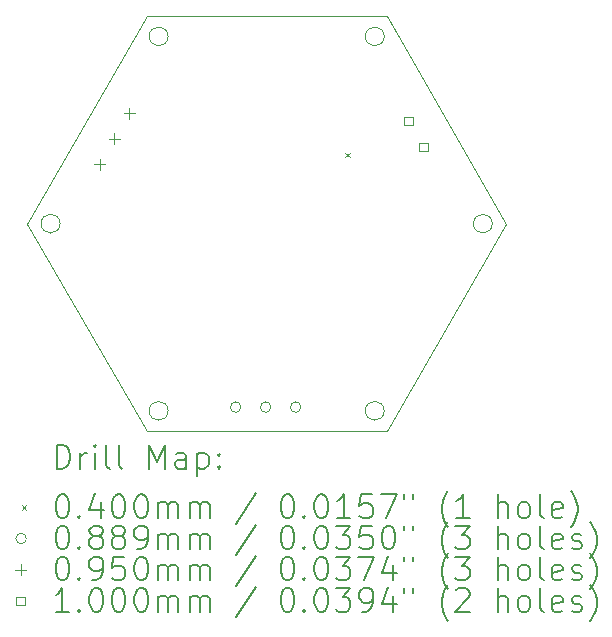
<source format=gbr>
%TF.GenerationSoftware,KiCad,Pcbnew,(6.0.8-1)-1*%
%TF.CreationDate,2022-11-30T21:43:56-05:00*%
%TF.ProjectId,Untitled,556e7469-746c-4656-942e-6b696361645f,rev?*%
%TF.SameCoordinates,Original*%
%TF.FileFunction,Drillmap*%
%TF.FilePolarity,Positive*%
%FSLAX45Y45*%
G04 Gerber Fmt 4.5, Leading zero omitted, Abs format (unit mm)*
G04 Created by KiCad (PCBNEW (6.0.8-1)-1) date 2022-11-30 21:43:56*
%MOMM*%
%LPD*%
G01*
G04 APERTURE LIST*
%ADD10C,0.100000*%
%ADD11C,0.200000*%
%ADD12C,0.040000*%
%ADD13C,0.088900*%
%ADD14C,0.095000*%
G04 APERTURE END LIST*
D10*
X9539000Y-7386000D02*
G75*
G03*
X9539000Y-7386000I-80000J0D01*
G01*
X8624000Y-5801000D02*
G75*
G03*
X8624000Y-5801000I-80000J0D01*
G01*
X9359000Y-4043000D02*
X8344000Y-5801000D01*
X11369000Y-7386000D02*
G75*
G03*
X11369000Y-7386000I-80000J0D01*
G01*
X11389000Y-4043000D02*
X9359000Y-4043000D01*
X9359000Y-7559000D02*
X11389000Y-7559000D01*
X8344000Y-5801000D02*
X9359000Y-7559000D01*
X12404000Y-5801000D02*
X11389000Y-7559000D01*
X12284000Y-5801000D02*
G75*
G03*
X12284000Y-5801000I-80000J0D01*
G01*
X11369000Y-4216000D02*
G75*
G03*
X11369000Y-4216000I-80000J0D01*
G01*
X9539000Y-4216000D02*
G75*
G03*
X9539000Y-4216000I-80000J0D01*
G01*
X12404000Y-5801000D02*
X11389000Y-4043000D01*
D11*
D12*
X11040000Y-5200000D02*
X11080000Y-5240000D01*
X11080000Y-5200000D02*
X11040000Y-5240000D01*
D13*
X10155200Y-7355010D02*
G75*
G03*
X10155200Y-7355010I-44450J0D01*
G01*
X10409200Y-7355010D02*
G75*
G03*
X10409200Y-7355010I-44450J0D01*
G01*
X10663200Y-7355010D02*
G75*
G03*
X10663200Y-7355010I-44450J0D01*
G01*
D14*
X8959534Y-5252756D02*
X8959534Y-5347756D01*
X8912034Y-5300256D02*
X9007034Y-5300256D01*
X9084534Y-5036250D02*
X9084534Y-5131250D01*
X9037034Y-5083750D02*
X9132034Y-5083750D01*
X9209534Y-4819744D02*
X9209534Y-4914744D01*
X9162034Y-4867244D02*
X9257034Y-4867244D01*
D10*
X11610356Y-4968849D02*
X11610356Y-4898138D01*
X11539644Y-4898138D01*
X11539644Y-4968849D01*
X11610356Y-4968849D01*
X11735356Y-5185356D02*
X11735356Y-5114644D01*
X11664644Y-5114644D01*
X11664644Y-5185356D01*
X11735356Y-5185356D01*
D11*
X8596619Y-7874476D02*
X8596619Y-7674476D01*
X8644238Y-7674476D01*
X8672810Y-7684000D01*
X8691857Y-7703048D01*
X8701381Y-7722095D01*
X8710905Y-7760190D01*
X8710905Y-7788762D01*
X8701381Y-7826857D01*
X8691857Y-7845905D01*
X8672810Y-7864952D01*
X8644238Y-7874476D01*
X8596619Y-7874476D01*
X8796619Y-7874476D02*
X8796619Y-7741143D01*
X8796619Y-7779238D02*
X8806143Y-7760190D01*
X8815667Y-7750667D01*
X8834714Y-7741143D01*
X8853762Y-7741143D01*
X8920429Y-7874476D02*
X8920429Y-7741143D01*
X8920429Y-7674476D02*
X8910905Y-7684000D01*
X8920429Y-7693524D01*
X8929952Y-7684000D01*
X8920429Y-7674476D01*
X8920429Y-7693524D01*
X9044238Y-7874476D02*
X9025190Y-7864952D01*
X9015667Y-7845905D01*
X9015667Y-7674476D01*
X9149000Y-7874476D02*
X9129952Y-7864952D01*
X9120429Y-7845905D01*
X9120429Y-7674476D01*
X9377571Y-7874476D02*
X9377571Y-7674476D01*
X9444238Y-7817333D01*
X9510905Y-7674476D01*
X9510905Y-7874476D01*
X9691857Y-7874476D02*
X9691857Y-7769714D01*
X9682333Y-7750667D01*
X9663286Y-7741143D01*
X9625190Y-7741143D01*
X9606143Y-7750667D01*
X9691857Y-7864952D02*
X9672810Y-7874476D01*
X9625190Y-7874476D01*
X9606143Y-7864952D01*
X9596619Y-7845905D01*
X9596619Y-7826857D01*
X9606143Y-7807809D01*
X9625190Y-7798286D01*
X9672810Y-7798286D01*
X9691857Y-7788762D01*
X9787095Y-7741143D02*
X9787095Y-7941143D01*
X9787095Y-7750667D02*
X9806143Y-7741143D01*
X9844238Y-7741143D01*
X9863286Y-7750667D01*
X9872810Y-7760190D01*
X9882333Y-7779238D01*
X9882333Y-7836381D01*
X9872810Y-7855428D01*
X9863286Y-7864952D01*
X9844238Y-7874476D01*
X9806143Y-7874476D01*
X9787095Y-7864952D01*
X9968048Y-7855428D02*
X9977571Y-7864952D01*
X9968048Y-7874476D01*
X9958524Y-7864952D01*
X9968048Y-7855428D01*
X9968048Y-7874476D01*
X9968048Y-7750667D02*
X9977571Y-7760190D01*
X9968048Y-7769714D01*
X9958524Y-7760190D01*
X9968048Y-7750667D01*
X9968048Y-7769714D01*
D12*
X8299000Y-8184000D02*
X8339000Y-8224000D01*
X8339000Y-8184000D02*
X8299000Y-8224000D01*
D11*
X8634714Y-8094476D02*
X8653762Y-8094476D01*
X8672810Y-8104000D01*
X8682333Y-8113524D01*
X8691857Y-8132571D01*
X8701381Y-8170667D01*
X8701381Y-8218286D01*
X8691857Y-8256381D01*
X8682333Y-8275428D01*
X8672810Y-8284952D01*
X8653762Y-8294476D01*
X8634714Y-8294476D01*
X8615667Y-8284952D01*
X8606143Y-8275428D01*
X8596619Y-8256381D01*
X8587095Y-8218286D01*
X8587095Y-8170667D01*
X8596619Y-8132571D01*
X8606143Y-8113524D01*
X8615667Y-8104000D01*
X8634714Y-8094476D01*
X8787095Y-8275428D02*
X8796619Y-8284952D01*
X8787095Y-8294476D01*
X8777571Y-8284952D01*
X8787095Y-8275428D01*
X8787095Y-8294476D01*
X8968048Y-8161143D02*
X8968048Y-8294476D01*
X8920429Y-8084952D02*
X8872810Y-8227809D01*
X8996619Y-8227809D01*
X9110905Y-8094476D02*
X9129952Y-8094476D01*
X9149000Y-8104000D01*
X9158524Y-8113524D01*
X9168048Y-8132571D01*
X9177571Y-8170667D01*
X9177571Y-8218286D01*
X9168048Y-8256381D01*
X9158524Y-8275428D01*
X9149000Y-8284952D01*
X9129952Y-8294476D01*
X9110905Y-8294476D01*
X9091857Y-8284952D01*
X9082333Y-8275428D01*
X9072810Y-8256381D01*
X9063286Y-8218286D01*
X9063286Y-8170667D01*
X9072810Y-8132571D01*
X9082333Y-8113524D01*
X9091857Y-8104000D01*
X9110905Y-8094476D01*
X9301381Y-8094476D02*
X9320429Y-8094476D01*
X9339476Y-8104000D01*
X9349000Y-8113524D01*
X9358524Y-8132571D01*
X9368048Y-8170667D01*
X9368048Y-8218286D01*
X9358524Y-8256381D01*
X9349000Y-8275428D01*
X9339476Y-8284952D01*
X9320429Y-8294476D01*
X9301381Y-8294476D01*
X9282333Y-8284952D01*
X9272810Y-8275428D01*
X9263286Y-8256381D01*
X9253762Y-8218286D01*
X9253762Y-8170667D01*
X9263286Y-8132571D01*
X9272810Y-8113524D01*
X9282333Y-8104000D01*
X9301381Y-8094476D01*
X9453762Y-8294476D02*
X9453762Y-8161143D01*
X9453762Y-8180190D02*
X9463286Y-8170667D01*
X9482333Y-8161143D01*
X9510905Y-8161143D01*
X9529952Y-8170667D01*
X9539476Y-8189714D01*
X9539476Y-8294476D01*
X9539476Y-8189714D02*
X9549000Y-8170667D01*
X9568048Y-8161143D01*
X9596619Y-8161143D01*
X9615667Y-8170667D01*
X9625190Y-8189714D01*
X9625190Y-8294476D01*
X9720429Y-8294476D02*
X9720429Y-8161143D01*
X9720429Y-8180190D02*
X9729952Y-8170667D01*
X9749000Y-8161143D01*
X9777571Y-8161143D01*
X9796619Y-8170667D01*
X9806143Y-8189714D01*
X9806143Y-8294476D01*
X9806143Y-8189714D02*
X9815667Y-8170667D01*
X9834714Y-8161143D01*
X9863286Y-8161143D01*
X9882333Y-8170667D01*
X9891857Y-8189714D01*
X9891857Y-8294476D01*
X10282333Y-8084952D02*
X10110905Y-8342095D01*
X10539476Y-8094476D02*
X10558524Y-8094476D01*
X10577571Y-8104000D01*
X10587095Y-8113524D01*
X10596619Y-8132571D01*
X10606143Y-8170667D01*
X10606143Y-8218286D01*
X10596619Y-8256381D01*
X10587095Y-8275428D01*
X10577571Y-8284952D01*
X10558524Y-8294476D01*
X10539476Y-8294476D01*
X10520429Y-8284952D01*
X10510905Y-8275428D01*
X10501381Y-8256381D01*
X10491857Y-8218286D01*
X10491857Y-8170667D01*
X10501381Y-8132571D01*
X10510905Y-8113524D01*
X10520429Y-8104000D01*
X10539476Y-8094476D01*
X10691857Y-8275428D02*
X10701381Y-8284952D01*
X10691857Y-8294476D01*
X10682333Y-8284952D01*
X10691857Y-8275428D01*
X10691857Y-8294476D01*
X10825190Y-8094476D02*
X10844238Y-8094476D01*
X10863286Y-8104000D01*
X10872810Y-8113524D01*
X10882333Y-8132571D01*
X10891857Y-8170667D01*
X10891857Y-8218286D01*
X10882333Y-8256381D01*
X10872810Y-8275428D01*
X10863286Y-8284952D01*
X10844238Y-8294476D01*
X10825190Y-8294476D01*
X10806143Y-8284952D01*
X10796619Y-8275428D01*
X10787095Y-8256381D01*
X10777571Y-8218286D01*
X10777571Y-8170667D01*
X10787095Y-8132571D01*
X10796619Y-8113524D01*
X10806143Y-8104000D01*
X10825190Y-8094476D01*
X11082333Y-8294476D02*
X10968048Y-8294476D01*
X11025190Y-8294476D02*
X11025190Y-8094476D01*
X11006143Y-8123048D01*
X10987095Y-8142095D01*
X10968048Y-8151619D01*
X11263286Y-8094476D02*
X11168048Y-8094476D01*
X11158524Y-8189714D01*
X11168048Y-8180190D01*
X11187095Y-8170667D01*
X11234714Y-8170667D01*
X11253762Y-8180190D01*
X11263286Y-8189714D01*
X11272809Y-8208762D01*
X11272809Y-8256381D01*
X11263286Y-8275428D01*
X11253762Y-8284952D01*
X11234714Y-8294476D01*
X11187095Y-8294476D01*
X11168048Y-8284952D01*
X11158524Y-8275428D01*
X11339476Y-8094476D02*
X11472809Y-8094476D01*
X11387095Y-8294476D01*
X11539476Y-8094476D02*
X11539476Y-8132571D01*
X11615667Y-8094476D02*
X11615667Y-8132571D01*
X11910905Y-8370667D02*
X11901381Y-8361143D01*
X11882333Y-8332571D01*
X11872809Y-8313524D01*
X11863286Y-8284952D01*
X11853762Y-8237333D01*
X11853762Y-8199238D01*
X11863286Y-8151619D01*
X11872809Y-8123048D01*
X11882333Y-8104000D01*
X11901381Y-8075428D01*
X11910905Y-8065905D01*
X12091857Y-8294476D02*
X11977571Y-8294476D01*
X12034714Y-8294476D02*
X12034714Y-8094476D01*
X12015667Y-8123048D01*
X11996619Y-8142095D01*
X11977571Y-8151619D01*
X12329952Y-8294476D02*
X12329952Y-8094476D01*
X12415667Y-8294476D02*
X12415667Y-8189714D01*
X12406143Y-8170667D01*
X12387095Y-8161143D01*
X12358524Y-8161143D01*
X12339476Y-8170667D01*
X12329952Y-8180190D01*
X12539476Y-8294476D02*
X12520428Y-8284952D01*
X12510905Y-8275428D01*
X12501381Y-8256381D01*
X12501381Y-8199238D01*
X12510905Y-8180190D01*
X12520428Y-8170667D01*
X12539476Y-8161143D01*
X12568048Y-8161143D01*
X12587095Y-8170667D01*
X12596619Y-8180190D01*
X12606143Y-8199238D01*
X12606143Y-8256381D01*
X12596619Y-8275428D01*
X12587095Y-8284952D01*
X12568048Y-8294476D01*
X12539476Y-8294476D01*
X12720428Y-8294476D02*
X12701381Y-8284952D01*
X12691857Y-8265905D01*
X12691857Y-8094476D01*
X12872809Y-8284952D02*
X12853762Y-8294476D01*
X12815667Y-8294476D01*
X12796619Y-8284952D01*
X12787095Y-8265905D01*
X12787095Y-8189714D01*
X12796619Y-8170667D01*
X12815667Y-8161143D01*
X12853762Y-8161143D01*
X12872809Y-8170667D01*
X12882333Y-8189714D01*
X12882333Y-8208762D01*
X12787095Y-8227809D01*
X12949000Y-8370667D02*
X12958524Y-8361143D01*
X12977571Y-8332571D01*
X12987095Y-8313524D01*
X12996619Y-8284952D01*
X13006143Y-8237333D01*
X13006143Y-8199238D01*
X12996619Y-8151619D01*
X12987095Y-8123048D01*
X12977571Y-8104000D01*
X12958524Y-8075428D01*
X12949000Y-8065905D01*
D13*
X8339000Y-8468000D02*
G75*
G03*
X8339000Y-8468000I-44450J0D01*
G01*
D11*
X8634714Y-8358476D02*
X8653762Y-8358476D01*
X8672810Y-8368000D01*
X8682333Y-8377524D01*
X8691857Y-8396571D01*
X8701381Y-8434667D01*
X8701381Y-8482286D01*
X8691857Y-8520381D01*
X8682333Y-8539429D01*
X8672810Y-8548952D01*
X8653762Y-8558476D01*
X8634714Y-8558476D01*
X8615667Y-8548952D01*
X8606143Y-8539429D01*
X8596619Y-8520381D01*
X8587095Y-8482286D01*
X8587095Y-8434667D01*
X8596619Y-8396571D01*
X8606143Y-8377524D01*
X8615667Y-8368000D01*
X8634714Y-8358476D01*
X8787095Y-8539429D02*
X8796619Y-8548952D01*
X8787095Y-8558476D01*
X8777571Y-8548952D01*
X8787095Y-8539429D01*
X8787095Y-8558476D01*
X8910905Y-8444190D02*
X8891857Y-8434667D01*
X8882333Y-8425143D01*
X8872810Y-8406095D01*
X8872810Y-8396571D01*
X8882333Y-8377524D01*
X8891857Y-8368000D01*
X8910905Y-8358476D01*
X8949000Y-8358476D01*
X8968048Y-8368000D01*
X8977571Y-8377524D01*
X8987095Y-8396571D01*
X8987095Y-8406095D01*
X8977571Y-8425143D01*
X8968048Y-8434667D01*
X8949000Y-8444190D01*
X8910905Y-8444190D01*
X8891857Y-8453714D01*
X8882333Y-8463238D01*
X8872810Y-8482286D01*
X8872810Y-8520381D01*
X8882333Y-8539429D01*
X8891857Y-8548952D01*
X8910905Y-8558476D01*
X8949000Y-8558476D01*
X8968048Y-8548952D01*
X8977571Y-8539429D01*
X8987095Y-8520381D01*
X8987095Y-8482286D01*
X8977571Y-8463238D01*
X8968048Y-8453714D01*
X8949000Y-8444190D01*
X9101381Y-8444190D02*
X9082333Y-8434667D01*
X9072810Y-8425143D01*
X9063286Y-8406095D01*
X9063286Y-8396571D01*
X9072810Y-8377524D01*
X9082333Y-8368000D01*
X9101381Y-8358476D01*
X9139476Y-8358476D01*
X9158524Y-8368000D01*
X9168048Y-8377524D01*
X9177571Y-8396571D01*
X9177571Y-8406095D01*
X9168048Y-8425143D01*
X9158524Y-8434667D01*
X9139476Y-8444190D01*
X9101381Y-8444190D01*
X9082333Y-8453714D01*
X9072810Y-8463238D01*
X9063286Y-8482286D01*
X9063286Y-8520381D01*
X9072810Y-8539429D01*
X9082333Y-8548952D01*
X9101381Y-8558476D01*
X9139476Y-8558476D01*
X9158524Y-8548952D01*
X9168048Y-8539429D01*
X9177571Y-8520381D01*
X9177571Y-8482286D01*
X9168048Y-8463238D01*
X9158524Y-8453714D01*
X9139476Y-8444190D01*
X9272810Y-8558476D02*
X9310905Y-8558476D01*
X9329952Y-8548952D01*
X9339476Y-8539429D01*
X9358524Y-8510857D01*
X9368048Y-8472762D01*
X9368048Y-8396571D01*
X9358524Y-8377524D01*
X9349000Y-8368000D01*
X9329952Y-8358476D01*
X9291857Y-8358476D01*
X9272810Y-8368000D01*
X9263286Y-8377524D01*
X9253762Y-8396571D01*
X9253762Y-8444190D01*
X9263286Y-8463238D01*
X9272810Y-8472762D01*
X9291857Y-8482286D01*
X9329952Y-8482286D01*
X9349000Y-8472762D01*
X9358524Y-8463238D01*
X9368048Y-8444190D01*
X9453762Y-8558476D02*
X9453762Y-8425143D01*
X9453762Y-8444190D02*
X9463286Y-8434667D01*
X9482333Y-8425143D01*
X9510905Y-8425143D01*
X9529952Y-8434667D01*
X9539476Y-8453714D01*
X9539476Y-8558476D01*
X9539476Y-8453714D02*
X9549000Y-8434667D01*
X9568048Y-8425143D01*
X9596619Y-8425143D01*
X9615667Y-8434667D01*
X9625190Y-8453714D01*
X9625190Y-8558476D01*
X9720429Y-8558476D02*
X9720429Y-8425143D01*
X9720429Y-8444190D02*
X9729952Y-8434667D01*
X9749000Y-8425143D01*
X9777571Y-8425143D01*
X9796619Y-8434667D01*
X9806143Y-8453714D01*
X9806143Y-8558476D01*
X9806143Y-8453714D02*
X9815667Y-8434667D01*
X9834714Y-8425143D01*
X9863286Y-8425143D01*
X9882333Y-8434667D01*
X9891857Y-8453714D01*
X9891857Y-8558476D01*
X10282333Y-8348952D02*
X10110905Y-8606095D01*
X10539476Y-8358476D02*
X10558524Y-8358476D01*
X10577571Y-8368000D01*
X10587095Y-8377524D01*
X10596619Y-8396571D01*
X10606143Y-8434667D01*
X10606143Y-8482286D01*
X10596619Y-8520381D01*
X10587095Y-8539429D01*
X10577571Y-8548952D01*
X10558524Y-8558476D01*
X10539476Y-8558476D01*
X10520429Y-8548952D01*
X10510905Y-8539429D01*
X10501381Y-8520381D01*
X10491857Y-8482286D01*
X10491857Y-8434667D01*
X10501381Y-8396571D01*
X10510905Y-8377524D01*
X10520429Y-8368000D01*
X10539476Y-8358476D01*
X10691857Y-8539429D02*
X10701381Y-8548952D01*
X10691857Y-8558476D01*
X10682333Y-8548952D01*
X10691857Y-8539429D01*
X10691857Y-8558476D01*
X10825190Y-8358476D02*
X10844238Y-8358476D01*
X10863286Y-8368000D01*
X10872810Y-8377524D01*
X10882333Y-8396571D01*
X10891857Y-8434667D01*
X10891857Y-8482286D01*
X10882333Y-8520381D01*
X10872810Y-8539429D01*
X10863286Y-8548952D01*
X10844238Y-8558476D01*
X10825190Y-8558476D01*
X10806143Y-8548952D01*
X10796619Y-8539429D01*
X10787095Y-8520381D01*
X10777571Y-8482286D01*
X10777571Y-8434667D01*
X10787095Y-8396571D01*
X10796619Y-8377524D01*
X10806143Y-8368000D01*
X10825190Y-8358476D01*
X10958524Y-8358476D02*
X11082333Y-8358476D01*
X11015667Y-8434667D01*
X11044238Y-8434667D01*
X11063286Y-8444190D01*
X11072810Y-8453714D01*
X11082333Y-8472762D01*
X11082333Y-8520381D01*
X11072810Y-8539429D01*
X11063286Y-8548952D01*
X11044238Y-8558476D01*
X10987095Y-8558476D01*
X10968048Y-8548952D01*
X10958524Y-8539429D01*
X11263286Y-8358476D02*
X11168048Y-8358476D01*
X11158524Y-8453714D01*
X11168048Y-8444190D01*
X11187095Y-8434667D01*
X11234714Y-8434667D01*
X11253762Y-8444190D01*
X11263286Y-8453714D01*
X11272809Y-8472762D01*
X11272809Y-8520381D01*
X11263286Y-8539429D01*
X11253762Y-8548952D01*
X11234714Y-8558476D01*
X11187095Y-8558476D01*
X11168048Y-8548952D01*
X11158524Y-8539429D01*
X11396619Y-8358476D02*
X11415667Y-8358476D01*
X11434714Y-8368000D01*
X11444238Y-8377524D01*
X11453762Y-8396571D01*
X11463286Y-8434667D01*
X11463286Y-8482286D01*
X11453762Y-8520381D01*
X11444238Y-8539429D01*
X11434714Y-8548952D01*
X11415667Y-8558476D01*
X11396619Y-8558476D01*
X11377571Y-8548952D01*
X11368048Y-8539429D01*
X11358524Y-8520381D01*
X11349000Y-8482286D01*
X11349000Y-8434667D01*
X11358524Y-8396571D01*
X11368048Y-8377524D01*
X11377571Y-8368000D01*
X11396619Y-8358476D01*
X11539476Y-8358476D02*
X11539476Y-8396571D01*
X11615667Y-8358476D02*
X11615667Y-8396571D01*
X11910905Y-8634667D02*
X11901381Y-8625143D01*
X11882333Y-8596571D01*
X11872809Y-8577524D01*
X11863286Y-8548952D01*
X11853762Y-8501333D01*
X11853762Y-8463238D01*
X11863286Y-8415619D01*
X11872809Y-8387048D01*
X11882333Y-8368000D01*
X11901381Y-8339428D01*
X11910905Y-8329905D01*
X11968048Y-8358476D02*
X12091857Y-8358476D01*
X12025190Y-8434667D01*
X12053762Y-8434667D01*
X12072809Y-8444190D01*
X12082333Y-8453714D01*
X12091857Y-8472762D01*
X12091857Y-8520381D01*
X12082333Y-8539429D01*
X12072809Y-8548952D01*
X12053762Y-8558476D01*
X11996619Y-8558476D01*
X11977571Y-8548952D01*
X11968048Y-8539429D01*
X12329952Y-8558476D02*
X12329952Y-8358476D01*
X12415667Y-8558476D02*
X12415667Y-8453714D01*
X12406143Y-8434667D01*
X12387095Y-8425143D01*
X12358524Y-8425143D01*
X12339476Y-8434667D01*
X12329952Y-8444190D01*
X12539476Y-8558476D02*
X12520428Y-8548952D01*
X12510905Y-8539429D01*
X12501381Y-8520381D01*
X12501381Y-8463238D01*
X12510905Y-8444190D01*
X12520428Y-8434667D01*
X12539476Y-8425143D01*
X12568048Y-8425143D01*
X12587095Y-8434667D01*
X12596619Y-8444190D01*
X12606143Y-8463238D01*
X12606143Y-8520381D01*
X12596619Y-8539429D01*
X12587095Y-8548952D01*
X12568048Y-8558476D01*
X12539476Y-8558476D01*
X12720428Y-8558476D02*
X12701381Y-8548952D01*
X12691857Y-8529905D01*
X12691857Y-8358476D01*
X12872809Y-8548952D02*
X12853762Y-8558476D01*
X12815667Y-8558476D01*
X12796619Y-8548952D01*
X12787095Y-8529905D01*
X12787095Y-8453714D01*
X12796619Y-8434667D01*
X12815667Y-8425143D01*
X12853762Y-8425143D01*
X12872809Y-8434667D01*
X12882333Y-8453714D01*
X12882333Y-8472762D01*
X12787095Y-8491810D01*
X12958524Y-8548952D02*
X12977571Y-8558476D01*
X13015667Y-8558476D01*
X13034714Y-8548952D01*
X13044238Y-8529905D01*
X13044238Y-8520381D01*
X13034714Y-8501333D01*
X13015667Y-8491810D01*
X12987095Y-8491810D01*
X12968048Y-8482286D01*
X12958524Y-8463238D01*
X12958524Y-8453714D01*
X12968048Y-8434667D01*
X12987095Y-8425143D01*
X13015667Y-8425143D01*
X13034714Y-8434667D01*
X13110905Y-8634667D02*
X13120428Y-8625143D01*
X13139476Y-8596571D01*
X13149000Y-8577524D01*
X13158524Y-8548952D01*
X13168048Y-8501333D01*
X13168048Y-8463238D01*
X13158524Y-8415619D01*
X13149000Y-8387048D01*
X13139476Y-8368000D01*
X13120428Y-8339428D01*
X13110905Y-8329905D01*
D14*
X8291500Y-8684500D02*
X8291500Y-8779500D01*
X8244000Y-8732000D02*
X8339000Y-8732000D01*
D11*
X8634714Y-8622476D02*
X8653762Y-8622476D01*
X8672810Y-8632000D01*
X8682333Y-8641524D01*
X8691857Y-8660571D01*
X8701381Y-8698667D01*
X8701381Y-8746286D01*
X8691857Y-8784381D01*
X8682333Y-8803429D01*
X8672810Y-8812952D01*
X8653762Y-8822476D01*
X8634714Y-8822476D01*
X8615667Y-8812952D01*
X8606143Y-8803429D01*
X8596619Y-8784381D01*
X8587095Y-8746286D01*
X8587095Y-8698667D01*
X8596619Y-8660571D01*
X8606143Y-8641524D01*
X8615667Y-8632000D01*
X8634714Y-8622476D01*
X8787095Y-8803429D02*
X8796619Y-8812952D01*
X8787095Y-8822476D01*
X8777571Y-8812952D01*
X8787095Y-8803429D01*
X8787095Y-8822476D01*
X8891857Y-8822476D02*
X8929952Y-8822476D01*
X8949000Y-8812952D01*
X8958524Y-8803429D01*
X8977571Y-8774857D01*
X8987095Y-8736762D01*
X8987095Y-8660571D01*
X8977571Y-8641524D01*
X8968048Y-8632000D01*
X8949000Y-8622476D01*
X8910905Y-8622476D01*
X8891857Y-8632000D01*
X8882333Y-8641524D01*
X8872810Y-8660571D01*
X8872810Y-8708190D01*
X8882333Y-8727238D01*
X8891857Y-8736762D01*
X8910905Y-8746286D01*
X8949000Y-8746286D01*
X8968048Y-8736762D01*
X8977571Y-8727238D01*
X8987095Y-8708190D01*
X9168048Y-8622476D02*
X9072810Y-8622476D01*
X9063286Y-8717714D01*
X9072810Y-8708190D01*
X9091857Y-8698667D01*
X9139476Y-8698667D01*
X9158524Y-8708190D01*
X9168048Y-8717714D01*
X9177571Y-8736762D01*
X9177571Y-8784381D01*
X9168048Y-8803429D01*
X9158524Y-8812952D01*
X9139476Y-8822476D01*
X9091857Y-8822476D01*
X9072810Y-8812952D01*
X9063286Y-8803429D01*
X9301381Y-8622476D02*
X9320429Y-8622476D01*
X9339476Y-8632000D01*
X9349000Y-8641524D01*
X9358524Y-8660571D01*
X9368048Y-8698667D01*
X9368048Y-8746286D01*
X9358524Y-8784381D01*
X9349000Y-8803429D01*
X9339476Y-8812952D01*
X9320429Y-8822476D01*
X9301381Y-8822476D01*
X9282333Y-8812952D01*
X9272810Y-8803429D01*
X9263286Y-8784381D01*
X9253762Y-8746286D01*
X9253762Y-8698667D01*
X9263286Y-8660571D01*
X9272810Y-8641524D01*
X9282333Y-8632000D01*
X9301381Y-8622476D01*
X9453762Y-8822476D02*
X9453762Y-8689143D01*
X9453762Y-8708190D02*
X9463286Y-8698667D01*
X9482333Y-8689143D01*
X9510905Y-8689143D01*
X9529952Y-8698667D01*
X9539476Y-8717714D01*
X9539476Y-8822476D01*
X9539476Y-8717714D02*
X9549000Y-8698667D01*
X9568048Y-8689143D01*
X9596619Y-8689143D01*
X9615667Y-8698667D01*
X9625190Y-8717714D01*
X9625190Y-8822476D01*
X9720429Y-8822476D02*
X9720429Y-8689143D01*
X9720429Y-8708190D02*
X9729952Y-8698667D01*
X9749000Y-8689143D01*
X9777571Y-8689143D01*
X9796619Y-8698667D01*
X9806143Y-8717714D01*
X9806143Y-8822476D01*
X9806143Y-8717714D02*
X9815667Y-8698667D01*
X9834714Y-8689143D01*
X9863286Y-8689143D01*
X9882333Y-8698667D01*
X9891857Y-8717714D01*
X9891857Y-8822476D01*
X10282333Y-8612952D02*
X10110905Y-8870095D01*
X10539476Y-8622476D02*
X10558524Y-8622476D01*
X10577571Y-8632000D01*
X10587095Y-8641524D01*
X10596619Y-8660571D01*
X10606143Y-8698667D01*
X10606143Y-8746286D01*
X10596619Y-8784381D01*
X10587095Y-8803429D01*
X10577571Y-8812952D01*
X10558524Y-8822476D01*
X10539476Y-8822476D01*
X10520429Y-8812952D01*
X10510905Y-8803429D01*
X10501381Y-8784381D01*
X10491857Y-8746286D01*
X10491857Y-8698667D01*
X10501381Y-8660571D01*
X10510905Y-8641524D01*
X10520429Y-8632000D01*
X10539476Y-8622476D01*
X10691857Y-8803429D02*
X10701381Y-8812952D01*
X10691857Y-8822476D01*
X10682333Y-8812952D01*
X10691857Y-8803429D01*
X10691857Y-8822476D01*
X10825190Y-8622476D02*
X10844238Y-8622476D01*
X10863286Y-8632000D01*
X10872810Y-8641524D01*
X10882333Y-8660571D01*
X10891857Y-8698667D01*
X10891857Y-8746286D01*
X10882333Y-8784381D01*
X10872810Y-8803429D01*
X10863286Y-8812952D01*
X10844238Y-8822476D01*
X10825190Y-8822476D01*
X10806143Y-8812952D01*
X10796619Y-8803429D01*
X10787095Y-8784381D01*
X10777571Y-8746286D01*
X10777571Y-8698667D01*
X10787095Y-8660571D01*
X10796619Y-8641524D01*
X10806143Y-8632000D01*
X10825190Y-8622476D01*
X10958524Y-8622476D02*
X11082333Y-8622476D01*
X11015667Y-8698667D01*
X11044238Y-8698667D01*
X11063286Y-8708190D01*
X11072810Y-8717714D01*
X11082333Y-8736762D01*
X11082333Y-8784381D01*
X11072810Y-8803429D01*
X11063286Y-8812952D01*
X11044238Y-8822476D01*
X10987095Y-8822476D01*
X10968048Y-8812952D01*
X10958524Y-8803429D01*
X11149000Y-8622476D02*
X11282333Y-8622476D01*
X11196619Y-8822476D01*
X11444238Y-8689143D02*
X11444238Y-8822476D01*
X11396619Y-8612952D02*
X11349000Y-8755810D01*
X11472809Y-8755810D01*
X11539476Y-8622476D02*
X11539476Y-8660571D01*
X11615667Y-8622476D02*
X11615667Y-8660571D01*
X11910905Y-8898667D02*
X11901381Y-8889143D01*
X11882333Y-8860571D01*
X11872809Y-8841524D01*
X11863286Y-8812952D01*
X11853762Y-8765333D01*
X11853762Y-8727238D01*
X11863286Y-8679619D01*
X11872809Y-8651048D01*
X11882333Y-8632000D01*
X11901381Y-8603429D01*
X11910905Y-8593905D01*
X11968048Y-8622476D02*
X12091857Y-8622476D01*
X12025190Y-8698667D01*
X12053762Y-8698667D01*
X12072809Y-8708190D01*
X12082333Y-8717714D01*
X12091857Y-8736762D01*
X12091857Y-8784381D01*
X12082333Y-8803429D01*
X12072809Y-8812952D01*
X12053762Y-8822476D01*
X11996619Y-8822476D01*
X11977571Y-8812952D01*
X11968048Y-8803429D01*
X12329952Y-8822476D02*
X12329952Y-8622476D01*
X12415667Y-8822476D02*
X12415667Y-8717714D01*
X12406143Y-8698667D01*
X12387095Y-8689143D01*
X12358524Y-8689143D01*
X12339476Y-8698667D01*
X12329952Y-8708190D01*
X12539476Y-8822476D02*
X12520428Y-8812952D01*
X12510905Y-8803429D01*
X12501381Y-8784381D01*
X12501381Y-8727238D01*
X12510905Y-8708190D01*
X12520428Y-8698667D01*
X12539476Y-8689143D01*
X12568048Y-8689143D01*
X12587095Y-8698667D01*
X12596619Y-8708190D01*
X12606143Y-8727238D01*
X12606143Y-8784381D01*
X12596619Y-8803429D01*
X12587095Y-8812952D01*
X12568048Y-8822476D01*
X12539476Y-8822476D01*
X12720428Y-8822476D02*
X12701381Y-8812952D01*
X12691857Y-8793905D01*
X12691857Y-8622476D01*
X12872809Y-8812952D02*
X12853762Y-8822476D01*
X12815667Y-8822476D01*
X12796619Y-8812952D01*
X12787095Y-8793905D01*
X12787095Y-8717714D01*
X12796619Y-8698667D01*
X12815667Y-8689143D01*
X12853762Y-8689143D01*
X12872809Y-8698667D01*
X12882333Y-8717714D01*
X12882333Y-8736762D01*
X12787095Y-8755810D01*
X12958524Y-8812952D02*
X12977571Y-8822476D01*
X13015667Y-8822476D01*
X13034714Y-8812952D01*
X13044238Y-8793905D01*
X13044238Y-8784381D01*
X13034714Y-8765333D01*
X13015667Y-8755810D01*
X12987095Y-8755810D01*
X12968048Y-8746286D01*
X12958524Y-8727238D01*
X12958524Y-8717714D01*
X12968048Y-8698667D01*
X12987095Y-8689143D01*
X13015667Y-8689143D01*
X13034714Y-8698667D01*
X13110905Y-8898667D02*
X13120428Y-8889143D01*
X13139476Y-8860571D01*
X13149000Y-8841524D01*
X13158524Y-8812952D01*
X13168048Y-8765333D01*
X13168048Y-8727238D01*
X13158524Y-8679619D01*
X13149000Y-8651048D01*
X13139476Y-8632000D01*
X13120428Y-8603429D01*
X13110905Y-8593905D01*
D10*
X8324356Y-9031356D02*
X8324356Y-8960644D01*
X8253644Y-8960644D01*
X8253644Y-9031356D01*
X8324356Y-9031356D01*
D11*
X8701381Y-9086476D02*
X8587095Y-9086476D01*
X8644238Y-9086476D02*
X8644238Y-8886476D01*
X8625190Y-8915048D01*
X8606143Y-8934095D01*
X8587095Y-8943619D01*
X8787095Y-9067429D02*
X8796619Y-9076952D01*
X8787095Y-9086476D01*
X8777571Y-9076952D01*
X8787095Y-9067429D01*
X8787095Y-9086476D01*
X8920429Y-8886476D02*
X8939476Y-8886476D01*
X8958524Y-8896000D01*
X8968048Y-8905524D01*
X8977571Y-8924571D01*
X8987095Y-8962667D01*
X8987095Y-9010286D01*
X8977571Y-9048381D01*
X8968048Y-9067429D01*
X8958524Y-9076952D01*
X8939476Y-9086476D01*
X8920429Y-9086476D01*
X8901381Y-9076952D01*
X8891857Y-9067429D01*
X8882333Y-9048381D01*
X8872810Y-9010286D01*
X8872810Y-8962667D01*
X8882333Y-8924571D01*
X8891857Y-8905524D01*
X8901381Y-8896000D01*
X8920429Y-8886476D01*
X9110905Y-8886476D02*
X9129952Y-8886476D01*
X9149000Y-8896000D01*
X9158524Y-8905524D01*
X9168048Y-8924571D01*
X9177571Y-8962667D01*
X9177571Y-9010286D01*
X9168048Y-9048381D01*
X9158524Y-9067429D01*
X9149000Y-9076952D01*
X9129952Y-9086476D01*
X9110905Y-9086476D01*
X9091857Y-9076952D01*
X9082333Y-9067429D01*
X9072810Y-9048381D01*
X9063286Y-9010286D01*
X9063286Y-8962667D01*
X9072810Y-8924571D01*
X9082333Y-8905524D01*
X9091857Y-8896000D01*
X9110905Y-8886476D01*
X9301381Y-8886476D02*
X9320429Y-8886476D01*
X9339476Y-8896000D01*
X9349000Y-8905524D01*
X9358524Y-8924571D01*
X9368048Y-8962667D01*
X9368048Y-9010286D01*
X9358524Y-9048381D01*
X9349000Y-9067429D01*
X9339476Y-9076952D01*
X9320429Y-9086476D01*
X9301381Y-9086476D01*
X9282333Y-9076952D01*
X9272810Y-9067429D01*
X9263286Y-9048381D01*
X9253762Y-9010286D01*
X9253762Y-8962667D01*
X9263286Y-8924571D01*
X9272810Y-8905524D01*
X9282333Y-8896000D01*
X9301381Y-8886476D01*
X9453762Y-9086476D02*
X9453762Y-8953143D01*
X9453762Y-8972190D02*
X9463286Y-8962667D01*
X9482333Y-8953143D01*
X9510905Y-8953143D01*
X9529952Y-8962667D01*
X9539476Y-8981714D01*
X9539476Y-9086476D01*
X9539476Y-8981714D02*
X9549000Y-8962667D01*
X9568048Y-8953143D01*
X9596619Y-8953143D01*
X9615667Y-8962667D01*
X9625190Y-8981714D01*
X9625190Y-9086476D01*
X9720429Y-9086476D02*
X9720429Y-8953143D01*
X9720429Y-8972190D02*
X9729952Y-8962667D01*
X9749000Y-8953143D01*
X9777571Y-8953143D01*
X9796619Y-8962667D01*
X9806143Y-8981714D01*
X9806143Y-9086476D01*
X9806143Y-8981714D02*
X9815667Y-8962667D01*
X9834714Y-8953143D01*
X9863286Y-8953143D01*
X9882333Y-8962667D01*
X9891857Y-8981714D01*
X9891857Y-9086476D01*
X10282333Y-8876952D02*
X10110905Y-9134095D01*
X10539476Y-8886476D02*
X10558524Y-8886476D01*
X10577571Y-8896000D01*
X10587095Y-8905524D01*
X10596619Y-8924571D01*
X10606143Y-8962667D01*
X10606143Y-9010286D01*
X10596619Y-9048381D01*
X10587095Y-9067429D01*
X10577571Y-9076952D01*
X10558524Y-9086476D01*
X10539476Y-9086476D01*
X10520429Y-9076952D01*
X10510905Y-9067429D01*
X10501381Y-9048381D01*
X10491857Y-9010286D01*
X10491857Y-8962667D01*
X10501381Y-8924571D01*
X10510905Y-8905524D01*
X10520429Y-8896000D01*
X10539476Y-8886476D01*
X10691857Y-9067429D02*
X10701381Y-9076952D01*
X10691857Y-9086476D01*
X10682333Y-9076952D01*
X10691857Y-9067429D01*
X10691857Y-9086476D01*
X10825190Y-8886476D02*
X10844238Y-8886476D01*
X10863286Y-8896000D01*
X10872810Y-8905524D01*
X10882333Y-8924571D01*
X10891857Y-8962667D01*
X10891857Y-9010286D01*
X10882333Y-9048381D01*
X10872810Y-9067429D01*
X10863286Y-9076952D01*
X10844238Y-9086476D01*
X10825190Y-9086476D01*
X10806143Y-9076952D01*
X10796619Y-9067429D01*
X10787095Y-9048381D01*
X10777571Y-9010286D01*
X10777571Y-8962667D01*
X10787095Y-8924571D01*
X10796619Y-8905524D01*
X10806143Y-8896000D01*
X10825190Y-8886476D01*
X10958524Y-8886476D02*
X11082333Y-8886476D01*
X11015667Y-8962667D01*
X11044238Y-8962667D01*
X11063286Y-8972190D01*
X11072810Y-8981714D01*
X11082333Y-9000762D01*
X11082333Y-9048381D01*
X11072810Y-9067429D01*
X11063286Y-9076952D01*
X11044238Y-9086476D01*
X10987095Y-9086476D01*
X10968048Y-9076952D01*
X10958524Y-9067429D01*
X11177571Y-9086476D02*
X11215667Y-9086476D01*
X11234714Y-9076952D01*
X11244238Y-9067429D01*
X11263286Y-9038857D01*
X11272809Y-9000762D01*
X11272809Y-8924571D01*
X11263286Y-8905524D01*
X11253762Y-8896000D01*
X11234714Y-8886476D01*
X11196619Y-8886476D01*
X11177571Y-8896000D01*
X11168048Y-8905524D01*
X11158524Y-8924571D01*
X11158524Y-8972190D01*
X11168048Y-8991238D01*
X11177571Y-9000762D01*
X11196619Y-9010286D01*
X11234714Y-9010286D01*
X11253762Y-9000762D01*
X11263286Y-8991238D01*
X11272809Y-8972190D01*
X11444238Y-8953143D02*
X11444238Y-9086476D01*
X11396619Y-8876952D02*
X11349000Y-9019810D01*
X11472809Y-9019810D01*
X11539476Y-8886476D02*
X11539476Y-8924571D01*
X11615667Y-8886476D02*
X11615667Y-8924571D01*
X11910905Y-9162667D02*
X11901381Y-9153143D01*
X11882333Y-9124571D01*
X11872809Y-9105524D01*
X11863286Y-9076952D01*
X11853762Y-9029333D01*
X11853762Y-8991238D01*
X11863286Y-8943619D01*
X11872809Y-8915048D01*
X11882333Y-8896000D01*
X11901381Y-8867429D01*
X11910905Y-8857905D01*
X11977571Y-8905524D02*
X11987095Y-8896000D01*
X12006143Y-8886476D01*
X12053762Y-8886476D01*
X12072809Y-8896000D01*
X12082333Y-8905524D01*
X12091857Y-8924571D01*
X12091857Y-8943619D01*
X12082333Y-8972190D01*
X11968048Y-9086476D01*
X12091857Y-9086476D01*
X12329952Y-9086476D02*
X12329952Y-8886476D01*
X12415667Y-9086476D02*
X12415667Y-8981714D01*
X12406143Y-8962667D01*
X12387095Y-8953143D01*
X12358524Y-8953143D01*
X12339476Y-8962667D01*
X12329952Y-8972190D01*
X12539476Y-9086476D02*
X12520428Y-9076952D01*
X12510905Y-9067429D01*
X12501381Y-9048381D01*
X12501381Y-8991238D01*
X12510905Y-8972190D01*
X12520428Y-8962667D01*
X12539476Y-8953143D01*
X12568048Y-8953143D01*
X12587095Y-8962667D01*
X12596619Y-8972190D01*
X12606143Y-8991238D01*
X12606143Y-9048381D01*
X12596619Y-9067429D01*
X12587095Y-9076952D01*
X12568048Y-9086476D01*
X12539476Y-9086476D01*
X12720428Y-9086476D02*
X12701381Y-9076952D01*
X12691857Y-9057905D01*
X12691857Y-8886476D01*
X12872809Y-9076952D02*
X12853762Y-9086476D01*
X12815667Y-9086476D01*
X12796619Y-9076952D01*
X12787095Y-9057905D01*
X12787095Y-8981714D01*
X12796619Y-8962667D01*
X12815667Y-8953143D01*
X12853762Y-8953143D01*
X12872809Y-8962667D01*
X12882333Y-8981714D01*
X12882333Y-9000762D01*
X12787095Y-9019810D01*
X12958524Y-9076952D02*
X12977571Y-9086476D01*
X13015667Y-9086476D01*
X13034714Y-9076952D01*
X13044238Y-9057905D01*
X13044238Y-9048381D01*
X13034714Y-9029333D01*
X13015667Y-9019810D01*
X12987095Y-9019810D01*
X12968048Y-9010286D01*
X12958524Y-8991238D01*
X12958524Y-8981714D01*
X12968048Y-8962667D01*
X12987095Y-8953143D01*
X13015667Y-8953143D01*
X13034714Y-8962667D01*
X13110905Y-9162667D02*
X13120428Y-9153143D01*
X13139476Y-9124571D01*
X13149000Y-9105524D01*
X13158524Y-9076952D01*
X13168048Y-9029333D01*
X13168048Y-8991238D01*
X13158524Y-8943619D01*
X13149000Y-8915048D01*
X13139476Y-8896000D01*
X13120428Y-8867429D01*
X13110905Y-8857905D01*
M02*

</source>
